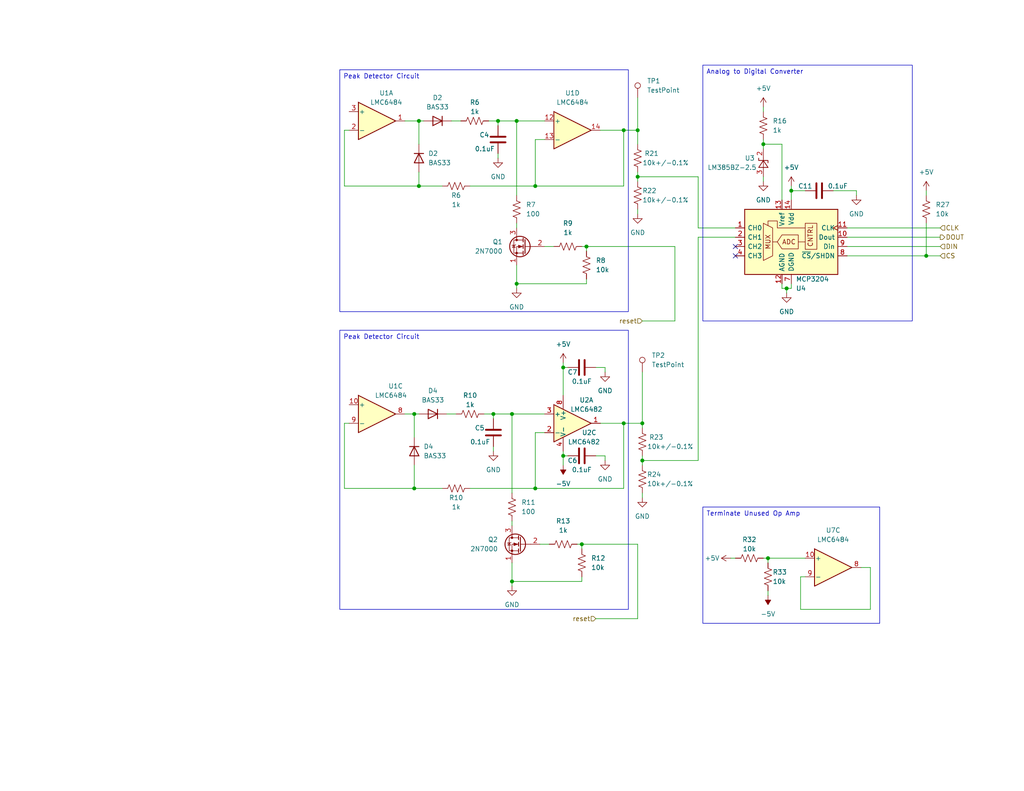
<source format=kicad_sch>
(kicad_sch (version 20230121) (generator eeschema)
  (paper "A")
  (title_block (title "Inductance and Capacitance Meter Analog Front End") (date "2023-10-27") (rev "1") (comment 1 "All resistors are 1% tolerance."))
  (lib_symbols
    (symbol "Amplifier_Operational:LMC6482" (pin_names (offset 0.127))
      (property "Reference" "U" (at 0 5.08 0))
      (property "Value" "LMC6482" (at 0 -5.08 0))
      (symbol "LMC6482_1_1"
        (polyline (pts (xy -5.08 5.08) (xy 5.08 0) (xy -5.08 -5.08) (xy -5.08 5.08)) (stroke (width 0.254)) (fill (type background)))
        (pin output line (at 7.62 0 180) (length 2.54) (name "~") (number "1"))
        (pin input line (at -7.62 -2.54 0) (length 2.54) (name "-") (number "2"))
        (pin input line (at -7.62 2.54 0) (length 2.54) (name "+") (number "3"))
      )
      (symbol "LMC6482_2_1"
        (polyline (pts (xy -5.08 5.08) (xy 5.08 0) (xy -5.08 -5.08) (xy -5.08 5.08)) (stroke (width 0.254)) (fill (type background)))
        (pin input line (at -7.62 2.54 0) (length 2.54) (name "+") (number "5"))
        (pin input line (at -7.62 -2.54 0) (length 2.54) (name "-") (number "6"))
        (pin output line (at 7.62 0 180) (length 2.54) (name "~") (number "7"))
      )
      (symbol "LMC6482_3_1"
        (pin power_in line (at -2.54 -7.62 90) (length 3.81) (name "V-") (number "4"))
        (pin power_in line (at -2.54 7.62 270) (length 3.81) (name "V+") (number "8"))
      )
    )
    (symbol "Amplifier_Operational:LMC6484" (pin_names (offset 0.127))
      (property "Reference" "U" (at 0 5.08 0))
      (property "Value" "LMC6484" (at 0 -5.08 0))
      (symbol "LMC6484_1_1"
        (polyline (pts (xy -5.08 5.08) (xy 5.08 0) (xy -5.08 -5.08) (xy -5.08 5.08)) (stroke (width 0.254)) (fill (type background)))
        (pin output line (at 7.62 0 180) (length 2.54) (name "~") (number "1"))
        (pin input line (at -7.62 -2.54 0) (length 2.54) (name "-") (number "2"))
        (pin input line (at -7.62 2.54 0) (length 2.54) (name "+") (number "3"))
      )
      (symbol "LMC6484_2_1"
        (polyline (pts (xy -5.08 5.08) (xy 5.08 0) (xy -5.08 -5.08) (xy -5.08 5.08)) (stroke (width 0.254)) (fill (type background)))
        (pin input line (at -7.62 2.54 0) (length 2.54) (name "+") (number "5"))
        (pin input line (at -7.62 -2.54 0) (length 2.54) (name "-") (number "6"))
        (pin output line (at 7.62 0 180) (length 2.54) (name "~") (number "7"))
      )
      (symbol "LMC6484_3_1"
        (polyline (pts (xy -5.08 5.08) (xy 5.08 0) (xy -5.08 -5.08) (xy -5.08 5.08)) (stroke (width 0.254)) (fill (type background)))
        (pin input line (at -7.62 2.54 0) (length 2.54) (name "+") (number "10"))
        (pin output line (at 7.62 0 180) (length 2.54) (name "~") (number "8"))
        (pin input line (at -7.62 -2.54 0) (length 2.54) (name "-") (number "9"))
      )
      (symbol "LMC6484_4_1"
        (polyline (pts (xy -5.08 5.08) (xy 5.08 0) (xy -5.08 -5.08) (xy -5.08 5.08)) (stroke (width 0.254)) (fill (type background)))
        (pin input line (at -7.62 2.54 0) (length 2.54) (name "+") (number "12"))
        (pin input line (at -7.62 -2.54 0) (length 2.54) (name "-") (number "13"))
        (pin output line (at 7.62 0 180) (length 2.54) (name "~") (number "14"))
      )
      (symbol "LMC6484_5_1"
        (pin power_in line (at -2.54 -7.62 90) (length 3.81) (name "V-") (number "11"))
        (pin power_in line (at -2.54 7.62 270) (length 3.81) (name "V+") (number "4"))
      )
    )
    (symbol "Analog_ADC:MCP3204" (pin_names (offset 0.762))
      (property "Reference" "U" (at -5.08 10.795 0))
      (property "Value" "MCP3204" (at -5.08 8.89 0))
      (symbol "MCP3204_0_0"
        (text "ADC" (at -0.635 -1.27 0) (effects (font (size 1.27 1.27))))
        (text "CNTRL" (at 5.969 -2.667 900) (effects (font (size 1.27 1.27)) (justify left bottom)))
        (text "MUX" (at -6.35 -1.27 900) (effects (font (size 1.27 1.27))))
      )
      (symbol "MCP3204_0_1"
        (polyline (pts (xy -5.08 -1.27) (xy -3.81 -1.27)))
        (polyline (pts (xy 1.905 -1.27) (xy 3.81 -1.27)))
        (polyline (pts (xy -7.62 3.81) (xy -7.62 -6.35) (xy -5.08 -5.08) (xy -5.08 2.54) (xy -7.62 3.81)))
        (polyline (pts (xy 3.81 2.54) (xy -3.81 2.54) (xy -3.81 4.445) (xy -6.35 4.445) (xy -6.35 3.175)))
        (polyline (pts (xy -3.81 -1.27) (xy -2.54 0.635) (xy 1.905 0.635) (xy 1.905 -3.175) (xy -2.54 -3.175) (xy -3.81 -1.27)))
        (rectangle (start 3.81 -3.302) (end 6.985 3.81))
        (rectangle (start 12.7 7.62) (end -12.7 -10.16) (stroke (width 0.254)) (fill (type background)))
      )
      (symbol "MCP3204_1_1"
        (pin input line (at -15.24 2.54 0) (length 2.54) (name "CH0") (number "1"))
        (pin output line (at 15.24 0 180) (length 2.54) (name "Dout") (number "10"))
        (pin input clock (at 15.24 2.54 180) (length 2.54) (name "CLK") (number "11"))
        (pin power_in line (at -2.54 -12.7 90) (length 2.54) (name "AGND") (number "12"))
        (pin power_in line (at -2.54 10.16 270) (length 2.54) (name "Vref") (number "13"))
        (pin power_in line (at 0 10.16 270) (length 2.54) (name "Vdd") (number "14"))
        (pin input line (at -15.24 0 0) (length 2.54) (name "CH1") (number "2"))
        (pin input line (at -15.24 -2.54 0) (length 2.54) (name "CH2") (number "3"))
        (pin input line (at -15.24 -5.08 0) (length 2.54) (name "CH3") (number "4"))
        (pin no_connect line (at -10.16 -10.16 90) (length 2.54) hide (name "NC") (number "5"))
        (pin no_connect line (at -7.62 -10.16 90) (length 2.54) hide (name "NC") (number "6"))
        (pin power_in line (at 0 -12.7 90) (length 2.54) (name "DGND") (number "7"))
        (pin input line (at 15.24 -5.08 180) (length 2.54) (name "~{CS}/SHDN") (number "8"))
        (pin input line (at 15.24 -2.54 180) (length 2.54) (name "Din") (number "9"))
      )
    )
    (symbol "Connector:TestPoint" (pin_numbers hide) (pin_names (offset 0.762) hide)
      (property "Reference" "TP" (at 0 6.858 0))
      (property "Value" "TestPoint" (at 0 5.08 0))
      (symbol "TestPoint_0_1"
        (circle (center 0 3.302) (radius 0.762))
      )
      (symbol "TestPoint_1_1"
        (pin passive line (at 0 0 90) (length 2.54) (name "1") (number "1"))
      )
    )
    (symbol "Device:C" (pin_numbers hide) (pin_names (offset 0.254))
      (property "Reference" "C" (at 0.635 2.54 0))
      (property "Value" "C" (at 0.635 -2.54 0))
      (symbol "C_0_1"
        (polyline (pts (xy -2.032 -0.762) (xy 2.032 -0.762)) (stroke (width 0.508)))
        (polyline (pts (xy -2.032 0.762) (xy 2.032 0.762)) (stroke (width 0.508)))
      )
      (symbol "C_1_1"
        (pin passive line (at 0 3.81 270) (length 2.794) (name "~") (number "1"))
        (pin passive line (at 0 -3.81 90) (length 2.794) (name "~") (number "2"))
      )
    )
    (symbol "Device:D" (pin_numbers hide) (pin_names (offset 1.016) hide)
      (property "Reference" "D" (at 0 2.54 0))
      (property "Value" "D" (at 0 -2.54 0))
      (symbol "D_0_1"
        (polyline (pts (xy -1.27 1.27) (xy -1.27 -1.27)) (stroke (width 0.254)))
        (polyline (pts (xy 1.27 0) (xy -1.27 0)))
        (polyline (pts (xy 1.27 1.27) (xy 1.27 -1.27) (xy -1.27 0) (xy 1.27 1.27)) (stroke (width 0.254)))
      )
      (symbol "D_1_1"
        (pin passive line (at -3.81 0 0) (length 2.54) (name "K") (number "1"))
        (pin passive line (at 3.81 0 180) (length 2.54) (name "A") (number "2"))
      )
    )
    (symbol "Device:R_US" (pin_numbers hide) (pin_names (offset 0))
      (property "Reference" "R" (at 2.54 0 90))
      (property "Value" "R_US" (at -2.54 0 90))
      (symbol "R_US_0_1"
        (polyline (pts (xy 0 -2.286) (xy 0 -2.54)))
        (polyline (pts (xy 0 2.286) (xy 0 2.54)))
        (polyline (pts (xy 0 -0.762) (xy 1.016 -1.143) (xy 0 -1.524) (xy -1.016 -1.905) (xy 0 -2.286)))
        (polyline (pts (xy 0 0.762) (xy 1.016 0.381) (xy 0 0) (xy -1.016 -0.381) (xy 0 -0.762)))
        (polyline (pts (xy 0 2.286) (xy 1.016 1.905) (xy 0 1.524) (xy -1.016 1.143) (xy 0 0.762)))
      )
      (symbol "R_US_1_1"
        (pin passive line (at 0 3.81 270) (length 1.27) (name "~") (number "1"))
        (pin passive line (at 0 -3.81 90) (length 1.27) (name "~") (number "2"))
      )
    )
    (symbol "Reference_Voltage:LM385BZ-2.5" (pin_names (offset 0.0254) hide)
      (property "Reference" "U" (at 0 2.54 0))
      (property "Value" "LM385BZ-2.5" (at 0 -3.175 0))
      (symbol "LM385BZ-2.5_0_1"
        (polyline (pts (xy -1.27 0) (xy 0 0) (xy 1.27 0)))
        (polyline (pts (xy -1.27 -1.27) (xy 0.635 0) (xy -1.27 1.27) (xy -1.27 -1.27)) (stroke (width 0.2032)))
        (polyline (pts (xy 0 -1.27) (xy 0.635 -1.27) (xy 0.635 1.27) (xy 1.27 1.27)) (stroke (width 0.2032)))
      )
      (symbol "LM385BZ-2.5_1_1"
        (pin passive line (at 3.81 0 180) (length 2.54) (name "K") (number "2"))
        (pin passive line (at -3.81 0 0) (length 2.54) (name "A") (number "3"))
      )
    )
    (symbol "Transistor_FET:2N7000" (pin_names hide)
      (property "Reference" "Q" (at 5.08 1.905 0))
      (property "Value" "2N7000" (at 5.08 0 0))
      (symbol "2N7000_0_1"
        (polyline (pts (xy 0.254 0) (xy -2.54 0)))
        (polyline (pts (xy 0.254 1.905) (xy 0.254 -1.905)) (stroke (width 0.254)))
        (polyline (pts (xy 0.762 -1.27) (xy 0.762 -2.286)) (stroke (width 0.254)))
        (polyline (pts (xy 0.762 0.508) (xy 0.762 -0.508)) (stroke (width 0.254)))
        (polyline (pts (xy 0.762 2.286) (xy 0.762 1.27)) (stroke (width 0.254)))
        (polyline (pts (xy 2.54 2.54) (xy 2.54 1.778)))
        (polyline (pts (xy 2.54 -2.54) (xy 2.54 0) (xy 0.762 0)))
        (polyline (pts (xy 0.762 -1.778) (xy 3.302 -1.778) (xy 3.302 1.778) (xy 0.762 1.778)))
        (polyline (pts (xy 1.016 0) (xy 2.032 0.381) (xy 2.032 -0.381) (xy 1.016 0)) (fill (type outline)))
        (polyline (pts (xy 2.794 0.508) (xy 2.921 0.381) (xy 3.683 0.381) (xy 3.81 0.254)))
        (polyline (pts (xy 3.302 0.381) (xy 2.921 -0.254) (xy 3.683 -0.254) (xy 3.302 0.381)))
        (circle (center 1.651 0) (radius 2.794) (stroke (width 0.254)))
        (circle (center 2.54 -1.778) (radius 0.254) (fill (type outline)))
        (circle (center 2.54 1.778) (radius 0.254) (fill (type outline)))
      )
      (symbol "2N7000_1_1"
        (pin passive line (at 2.54 -5.08 90) (length 2.54) (name "S") (number "1"))
        (pin input line (at -5.08 0 0) (length 2.54) (name "G") (number "2"))
        (pin passive line (at 2.54 5.08 270) (length 2.54) (name "D") (number "3"))
      )
    )
    (symbol "power:+5V" (power) (pin_names (offset 0))
      (property "Value" "+5V" (at 0 3.556 0))
      (symbol "+5V_0_1"
        (polyline (pts (xy -0.762 1.27) (xy 0 2.54)))
        (polyline (pts (xy 0 0) (xy 0 2.54)))
        (polyline (pts (xy 0 2.54) (xy 0.762 1.27)))
      )
      (symbol "+5V_1_1"
        (pin power_in line (at 0 0 90) (length 0) hide (name "+5V") (number "1"))
      )
    )
    (symbol "power:-5V" (power) (pin_names (offset 0))
      (property "Value" "-5V" (at 0 3.81 0))
      (symbol "-5V_0_0"
        (pin power_in line (at 0 0 90) (length 0) hide (name "-5V") (number "1"))
      )
      (symbol "-5V_0_1"
        (polyline (pts (xy 0 0) (xy 0 1.27) (xy 0.762 1.27) (xy 0 2.54) (xy -0.762 1.27) (xy 0 1.27)) (fill (type outline)))
      )
    )
    (symbol "power:GND" (power) (pin_names (offset 0))
      (property "Value" "GND" (at 0 -3.81 0))
      (symbol "GND_0_1"
        (polyline (pts (xy 0 0) (xy 0 -1.27) (xy 1.27 -1.27) (xy 0 -2.54) (xy -1.27 -1.27) (xy 0 -1.27)))
      )
      (symbol "GND_1_1"
        (pin power_in line (at 0 0 270) (length 0) hide (name "GND") (number "1"))
      )
    )
  )
  (junction (at 113.03 133.35))
  (junction (at 139.7 113.03))
  (junction (at 158.75 148.59))
  (junction (at 209.55 152.4))
  (junction (at 252.73 69.85))
  (junction (at 170.18 35.56))
  (junction (at 153.67 100.33))
  (junction (at 139.7 158.75))
  (junction (at 153.67 124.46))
  (junction (at 146.05 50.8))
  (junction (at 114.3 33.02))
  (junction (at 170.18 115.57))
  (junction (at 134.62 113.03))
  (junction (at 173.99 35.56))
  (junction (at 214.63 78.74))
  (junction (at 175.26 115.57))
  (junction (at 140.97 77.47))
  (junction (at 160.02 67.31))
  (junction (at 114.3 50.8))
  (junction (at 135.89 33.02))
  (junction (at 113.03 113.03))
  (junction (at 215.9 52.07))
  (junction (at 208.28 39.37))
  (junction (at 175.26 125.73))
  (junction (at 140.97 33.02))
  (junction (at 173.99 48.26))
  (junction (at 146.05 133.35))
  (no_connect (at 200.66 69.85))
  (no_connect (at 200.66 67.31))
  (wire (pts (xy 190.5 62.23) (xy 200.66 62.23)))
  (wire (pts (xy 140.97 77.47) (xy 140.97 78.74)))
  (wire (pts (xy 153.67 123.19) (xy 153.67 124.46)))
  (wire (pts (xy 158.75 157.48) (xy 158.75 158.75)))
  (wire (pts (xy 215.9 78.74) (xy 215.9 77.47)))
  (wire (pts (xy 128.27 133.35) (xy 146.05 133.35)))
  (wire (pts (xy 213.36 78.74) (xy 214.63 78.74)))
  (wire (pts (xy 208.28 29.21) (xy 208.28 30.48)))
  (wire (pts (xy 153.67 100.33) (xy 153.67 107.95)))
  (wire (pts (xy 93.98 133.35) (xy 93.98 115.57)))
  (wire (pts (xy 93.98 35.56) (xy 93.98 50.8)))
  (wire (pts (xy 162.56 124.46) (xy 165.1 124.46)))
  (wire (pts (xy 146.05 38.1) (xy 146.05 50.8)))
  (wire (pts (xy 184.15 67.31) (xy 184.15 87.63)))
  (wire (pts (xy 199.39 152.4) (xy 200.66 152.4)))
  (wire (pts (xy 148.59 67.31) (xy 151.13 67.31)))
  (wire (pts (xy 173.99 26.67) (xy 173.99 35.56)))
  (wire (pts (xy 134.62 113.03) (xy 134.62 114.3)))
  (wire (pts (xy 113.03 127) (xy 113.03 133.35)))
  (wire (pts (xy 135.89 33.02) (xy 140.97 33.02)))
  (wire (pts (xy 162.56 168.91) (xy 173.99 168.91)))
  (wire (pts (xy 175.26 125.73) (xy 190.5 125.73)))
  (wire (pts (xy 252.73 52.07) (xy 252.73 53.34)))
  (wire (pts (xy 233.68 53.34) (xy 233.68 52.07)))
  (wire (pts (xy 170.18 115.57) (xy 163.83 115.57)))
  (wire (pts (xy 219.71 157.48) (xy 218.44 157.48)))
  (wire (pts (xy 170.18 50.8) (xy 170.18 35.56)))
  (wire (pts (xy 134.62 113.03) (xy 139.7 113.03)))
  (wire (pts (xy 110.49 33.02) (xy 114.3 33.02)))
  (wire (pts (xy 139.7 153.67) (xy 139.7 158.75)))
  (wire (pts (xy 175.26 134.62) (xy 175.26 135.89)))
  (wire (pts (xy 231.14 69.85) (xy 252.73 69.85)))
  (wire (pts (xy 218.44 157.48) (xy 218.44 166.37)))
  (wire (pts (xy 135.89 33.02) (xy 135.89 34.29)))
  (wire (pts (xy 140.97 60.96) (xy 140.97 62.23)))
  (wire (pts (xy 170.18 133.35) (xy 170.18 115.57)))
  (wire (pts (xy 165.1 125.73) (xy 165.1 124.46)))
  (wire (pts (xy 208.28 39.37) (xy 208.28 40.64)))
  (wire (pts (xy 237.49 166.37) (xy 237.49 154.94)))
  (wire (pts (xy 173.99 48.26) (xy 190.5 48.26)))
  (wire (pts (xy 208.28 38.1) (xy 208.28 39.37)))
  (wire (pts (xy 134.62 121.92) (xy 134.62 123.19)))
  (wire (pts (xy 114.3 39.37) (xy 114.3 33.02)))
  (wire (pts (xy 146.05 118.11) (xy 146.05 133.35)))
  (wire (pts (xy 165.1 101.6) (xy 165.1 100.33)))
  (wire (pts (xy 146.05 133.35) (xy 170.18 133.35)))
  (wire (pts (xy 209.55 152.4) (xy 219.71 152.4)))
  (wire (pts (xy 173.99 148.59) (xy 158.75 148.59)))
  (wire (pts (xy 231.14 62.23) (xy 256.54 62.23)))
  (wire (pts (xy 173.99 48.26) (xy 173.99 49.53)))
  (wire (pts (xy 190.5 48.26) (xy 190.5 62.23)))
  (wire (pts (xy 173.99 35.56) (xy 173.99 39.37)))
  (wire (pts (xy 218.44 166.37) (xy 237.49 166.37)))
  (wire (pts (xy 209.55 161.29) (xy 209.55 162.56)))
  (wire (pts (xy 146.05 50.8) (xy 170.18 50.8)))
  (wire (pts (xy 139.7 113.03) (xy 139.7 134.62)))
  (wire (pts (xy 153.67 124.46) (xy 154.94 124.46)))
  (wire (pts (xy 214.63 78.74) (xy 215.9 78.74)))
  (wire (pts (xy 173.99 168.91) (xy 173.99 148.59)))
  (wire (pts (xy 213.36 77.47) (xy 213.36 78.74)))
  (wire (pts (xy 175.26 125.73) (xy 175.26 127)))
  (wire (pts (xy 139.7 158.75) (xy 139.7 160.02)))
  (wire (pts (xy 114.3 33.02) (xy 115.57 33.02)))
  (wire (pts (xy 209.55 153.67) (xy 209.55 152.4)))
  (wire (pts (xy 175.26 115.57) (xy 175.26 116.84)))
  (wire (pts (xy 214.63 78.74) (xy 214.63 80.01)))
  (wire (pts (xy 160.02 67.31) (xy 160.02 68.58)))
  (wire (pts (xy 231.14 67.31) (xy 256.54 67.31)))
  (wire (pts (xy 213.36 54.61) (xy 213.36 39.37)))
  (wire (pts (xy 231.14 64.77) (xy 256.54 64.77)))
  (wire (pts (xy 170.18 35.56) (xy 173.99 35.56)))
  (wire (pts (xy 93.98 115.57) (xy 95.25 115.57)))
  (wire (pts (xy 128.27 50.8) (xy 146.05 50.8)))
  (wire (pts (xy 237.49 154.94) (xy 234.95 154.94)))
  (wire (pts (xy 147.32 148.59) (xy 149.86 148.59)))
  (wire (pts (xy 252.73 60.96) (xy 252.73 69.85)))
  (wire (pts (xy 135.89 41.91) (xy 135.89 43.18)))
  (wire (pts (xy 113.03 113.03) (xy 113.03 119.38)))
  (wire (pts (xy 160.02 67.31) (xy 184.15 67.31)))
  (wire (pts (xy 140.97 33.02) (xy 148.59 33.02)))
  (wire (pts (xy 93.98 133.35) (xy 113.03 133.35)))
  (wire (pts (xy 110.49 113.03) (xy 113.03 113.03)))
  (wire (pts (xy 190.5 64.77) (xy 190.5 125.73)))
  (wire (pts (xy 113.03 113.03) (xy 114.3 113.03)))
  (wire (pts (xy 158.75 67.31) (xy 160.02 67.31)))
  (wire (pts (xy 95.25 35.56) (xy 93.98 35.56)))
  (wire (pts (xy 208.28 48.26) (xy 208.28 49.53)))
  (wire (pts (xy 190.5 64.77) (xy 200.66 64.77)))
  (wire (pts (xy 162.56 100.33) (xy 165.1 100.33)))
  (wire (pts (xy 114.3 50.8) (xy 120.65 50.8)))
  (wire (pts (xy 252.73 69.85) (xy 256.54 69.85)))
  (wire (pts (xy 114.3 50.8) (xy 114.3 46.99)))
  (wire (pts (xy 153.67 100.33) (xy 154.94 100.33)))
  (wire (pts (xy 93.98 50.8) (xy 114.3 50.8)))
  (wire (pts (xy 121.92 113.03) (xy 124.46 113.03)))
  (wire (pts (xy 139.7 142.24) (xy 139.7 143.51)))
  (wire (pts (xy 213.36 39.37) (xy 208.28 39.37)))
  (wire (pts (xy 133.35 33.02) (xy 135.89 33.02)))
  (wire (pts (xy 123.19 33.02) (xy 125.73 33.02)))
  (wire (pts (xy 160.02 76.2) (xy 160.02 77.47)))
  (wire (pts (xy 113.03 133.35) (xy 120.65 133.35)))
  (wire (pts (xy 173.99 57.15) (xy 173.99 58.42)))
  (wire (pts (xy 175.26 101.6) (xy 175.26 115.57)))
  (wire (pts (xy 139.7 113.03) (xy 148.59 113.03)))
  (wire (pts (xy 170.18 35.56) (xy 163.83 35.56)))
  (wire (pts (xy 160.02 77.47) (xy 140.97 77.47)))
  (wire (pts (xy 140.97 72.39) (xy 140.97 77.47)))
  (wire (pts (xy 173.99 46.99) (xy 173.99 48.26)))
  (wire (pts (xy 208.28 152.4) (xy 209.55 152.4)))
  (wire (pts (xy 227.33 52.07) (xy 233.68 52.07)))
  (wire (pts (xy 140.97 33.02) (xy 140.97 53.34)))
  (wire (pts (xy 215.9 52.07) (xy 219.71 52.07)))
  (wire (pts (xy 153.67 124.46) (xy 153.67 127)))
  (wire (pts (xy 175.26 124.46) (xy 175.26 125.73)))
  (wire (pts (xy 215.9 52.07) (xy 215.9 54.61)))
  (wire (pts (xy 132.08 113.03) (xy 134.62 113.03)))
  (wire (pts (xy 158.75 148.59) (xy 158.75 149.86)))
  (wire (pts (xy 215.9 50.8) (xy 215.9 52.07)))
  (wire (pts (xy 158.75 158.75) (xy 139.7 158.75)))
  (wire (pts (xy 153.67 99.06) (xy 153.67 100.33)))
  (wire (pts (xy 148.59 38.1) (xy 146.05 38.1)))
  (wire (pts (xy 170.18 115.57) (xy 175.26 115.57)))
  (wire (pts (xy 146.05 118.11) (xy 148.59 118.11)))
  (wire (pts (xy 158.75 148.59) (xy 157.48 148.59)))
  (wire (pts (xy 175.26 87.63) (xy 184.15 87.63)))
  (text_box "Analog to Digital Converter" (at 191.77 17.78 0) (size 57.15 69.85) (effects (font (size 1.27 1.27)) (justify left top)))
  (text_box "Peak Detector Circuit" (at 92.71 90.17 0) (size 78.74 76.2) (effects (font (size 1.27 1.27)) (justify left top)))
  (text_box "Terminate Unused Op Amp" (at 191.77 138.43 0) (size 48.26 31.75) (effects (font (size 1.27 1.27)) (justify left top)))
  (text_box "Peak Detector Circuit" (at 92.71 19.05 0) (size 78.74 66.04) (effects (font (size 1.27 1.27)) (justify left top)))
  (hierarchical_label "CLK" (shape input) (at 256.54 62.23 0))
  (hierarchical_label "CS" (shape input) (at 256.54 69.85 0))
  (hierarchical_label "reset" (shape input) (at 175.26 87.63 180))
  (hierarchical_label "DOUT" (shape output) (at 256.54 64.77 0))
  (hierarchical_label "DIN" (shape input) (at 256.54 67.31 0))
  (hierarchical_label "reset" (shape input) (at 162.56 168.91 180))
  (symbol (lib_id "Amplifier_Operational:LMC6484") (at 156.21 35.56 0) (unit 4)
    (property "Reference" "U1" (at 156.21 25.4 0))
    (property "Value" "LMC6484" (at 156.21 27.94 0))
    (property "Datasheet" "http://www.ti.com/lit/ds/symlink/lmc6484.pdf" (effects hide))
    (instances (project "LC_meter" (path "" (reference "U1") (unit 4)) (path "" (reference "U2") (unit 4))))
  )
  (symbol (lib_id "power:+5V") (at 208.28 29.21 0) (unit 1)
    (property "Reference" "#PWR020" (effects hide))
    (property "Value" "+5V" (at 208.28 24.13 0))
    (instances (project "LC_meter" (path "" (reference "#PWR020") (unit 1)) (path "" (reference "#PWR02") (unit 1))))
  )
  (symbol (lib_id "power:GND") (at 165.1 101.6 0) (unit 1)
    (property "Reference" "#PWR013" (effects hide))
    (property "Value" "GND" (at 165.1 106.68 0))
    (instances (project "LC_meter" (path "" (reference "#PWR013") (unit 1)) (path "" (reference "#PWR016") (unit 1))))
  )
  (symbol (lib_id "power:GND") (at 165.1 125.73 0) (unit 1)
    (property "Reference" "#PWR05" (effects hide))
    (property "Value" "GND" (at 165.1 130.81 0))
    (instances (project "LC_meter" (path "" (reference "#PWR05") (unit 1)) (path "" (reference "#PWR017") (unit 1))))
  )
  (symbol (lib_id "Device:R_US") (at 160.02 72.39 0) (unit 1)
    (property "Reference" "R8" (at 162.56 71.12 0) (effects (justify left)))
    (property "Value" "10k" (at 162.56 73.66 0) (effects (justify left)))
    (instances (project "LC_meter" (path "" (reference "R8") (unit 1)) (path "" (reference "R13") (unit 1))))
  )
  (symbol (lib_id "power:GND") (at 173.99 58.42 0) (unit 1)
    (property "Reference" "#PWR017" (effects hide))
    (property "Value" "GND" (at 173.99 63.5 0))
    (instances (project "LC_meter" (path "" (reference "#PWR017") (unit 1)) (path "" (reference "#PWR030") (unit 1))))
  )
  (symbol (lib_id "Device:R_US") (at 173.99 43.18 0) (unit 1)
    (property "Reference" "R21" (at 177.8 41.91 0))
    (property "Value" "10k+/-0.1%" (at 181.61 44.45 0))
  )
  (symbol (lib_id "Device:R_US") (at 124.46 50.8 90) (unit 1)
    (property "Reference" "R6" (at 124.46 53.34 90))
    (property "Value" "1k" (at 124.46 55.88 90))
    (instances (project "LC_meter" (path "" (reference "R6") (unit 1)) (path "" (reference "R17") (unit 1))))
  )
  (symbol (lib_id "Connector:TestPoint") (at 175.26 101.6 0) (unit 1)
    (property "Reference" "TP2" (at 177.8 97.028 0) (effects (justify left)))
    (property "Value" "TestPoint" (at 177.8 99.568 0) (effects (justify left)))
  )
  (symbol (lib_id "Device:D") (at 113.03 123.19 270) (unit 1)
    (property "Reference" "D4" (at 115.57 121.92 90) (effects (justify left)))
    (property "Value" "BAS33" (at 115.57 124.46 90) (effects (justify left)))
    (property "Sim.Device" "D" (effects hide))
    (property "Sim.Pins" "1=K 2=A" (effects hide))
    (instances (project "LC_meter" (path "" (reference "D4") (unit 1)) (path "" (reference "D3") (unit 1))))
  )
  (symbol (lib_id "Device:R_US") (at 252.73 57.15 0) (unit 1)
    (property "Reference" "R27" (at 255.27 55.88 0) (effects (justify left)))
    (property "Value" "10k" (at 255.27 58.42 0) (effects (justify left)))
  )
  (symbol (lib_id "Connector:TestPoint") (at 173.99 26.67 0) (unit 1)
    (property "Reference" "TP1" (at 176.53 22.098 0) (effects (justify left)))
    (property "Value" "TestPoint" (at 176.53 24.638 0) (effects (justify left)))
  )
  (symbol (lib_id "Amplifier_Operational:LMC6482") (at 156.21 115.57 0) (unit 1)
    (property "Reference" "U2" (at 160.02 109.22 0))
    (property "Value" "LMC6482" (at 160.02 111.76 0))
    (property "Datasheet" "http://www.ti.com/lit/ds/symlink/lmc6482.pdf" (effects hide))
    (instances (project "LC_meter" (path "" (reference "U2") (unit 1)) (path "" (reference "U1") (unit 1))))
  )
  (symbol (lib_id "Device:R_US") (at 209.55 157.48 180) (unit 1)
    (property "Reference" "R33" (at 210.82 156.21 0) (effects (justify right)))
    (property "Value" "10k" (at 210.82 158.75 0) (effects (justify right)))
  )
  (symbol (lib_id "power:-5V") (at 209.55 162.56 180) (unit 1)
    (property "Reference" "#PWR01" (effects hide))
    (property "Value" "-5V" (at 209.55 167.64 0))
    (instances (project "LC_meter" (path "" (reference "#PWR01") (unit 1)) (path "" (reference "#PWR042") (unit 1))))
  )
  (symbol (lib_id "Device:R_US") (at 154.94 67.31 90) (unit 1)
    (property "Reference" "R9" (at 154.94 60.96 90))
    (property "Value" "1k" (at 154.94 63.5 90))
    (instances (project "LC_meter" (path "" (reference "R9") (unit 1)) (path "" (reference "R15") (unit 1))))
  )
  (symbol (lib_id "Device:R_US") (at 128.27 113.03 90) (unit 1)
    (property "Reference" "R10" (at 128.27 107.95 90))
    (property "Value" "1k" (at 128.27 110.49 90))
    (instances (project "LC_meter" (path "" (reference "R10") (unit 1)) (path "" (reference "R8") (unit 1))))
  )
  (symbol (lib_id "Device:C") (at 135.89 38.1 0) (unit 1)
    (property "Reference" "C4" (at 130.81 36.83 0) (effects (justify left)))
    (property "Value" "0.1uF" (at 129.54 40.64 0) (effects (justify left)))
    (instances (project "LC_meter" (path "" (reference "C4") (unit 1)) (path "" (reference "C7") (unit 1))))
  )
  (symbol (lib_id "Device:D") (at 118.11 113.03 180) (unit 1)
    (property "Reference" "D4" (at 118.11 106.68 0))
    (property "Value" "BAS33" (at 118.11 109.22 0))
    (property "Sim.Device" "D" (effects hide))
    (property "Sim.Pins" "1=K 2=A" (effects hide))
    (instances (project "LC_meter" (path "" (reference "D4") (unit 1)) (path "" (reference "D2") (unit 1))))
  )
  (symbol (lib_id "power:GND") (at 214.63 80.01 0) (unit 1)
    (property "Reference" "#PWR022" (effects hide))
    (property "Value" "GND" (at 214.63 85.09 0))
    (instances (project "LC_meter" (path "" (reference "#PWR022") (unit 1)) (path "" (reference "#PWR021") (unit 1))))
  )
  (symbol (lib_id "power:+5V") (at 153.67 99.06 0) (unit 1)
    (property "Reference" "#PWR010" (effects hide))
    (property "Value" "+5V" (at 153.67 93.98 0))
    (instances (project "LC_meter" (path "" (reference "#PWR010") (unit 1)) (path "" (reference "#PWR014") (unit 1))))
  )
  (symbol (lib_id "power:GND") (at 233.68 53.34 0) (unit 1)
    (property "Reference" "#PWR026" (effects hide))
    (property "Value" "GND" (at 233.68 58.42 0))
    (instances (project "LC_meter" (path "" (reference "#PWR026") (unit 1)) (path "" (reference "#PWR024") (unit 1))))
  )
  (symbol (lib_id "power:GND") (at 134.62 123.19 0) (unit 1)
    (property "Reference" "#PWR011" (effects hide))
    (property "Value" "GND" (at 134.62 128.27 0))
    (instances (project "LC_meter" (path "" (reference "#PWR011") (unit 1)) (path "" (reference "#PWR010") (unit 1))))
  )
  (symbol (lib_id "power:GND") (at 139.7 160.02 0) (unit 1)
    (property "Reference" "#PWR012" (effects hide))
    (property "Value" "GND" (at 139.7 165.1 0))
  )
  (symbol (lib_id "power:+5V") (at 199.39 152.4 90) (unit 1)
    (property "Reference" "#PWR02" (effects hide))
    (property "Value" "+5V" (at 194.31 152.4 90))
    (instances (project "LC_meter" (path "" (reference "#PWR02") (unit 1)) (path "" (reference "#PWR044") (unit 1))))
  )
  (symbol (lib_id "Device:R_US") (at 124.46 133.35 90) (unit 1)
    (property "Reference" "R10" (at 124.46 135.89 90))
    (property "Value" "1k" (at 124.46 138.43 90))
    (instances (project "LC_meter" (path "" (reference "R10") (unit 1)) (path "" (reference "R18") (unit 1))))
  )
  (symbol (lib_id "power:GND") (at 135.89 43.18 0) (unit 1)
    (property "Reference" "#PWR07" (effects hide))
    (property "Value" "GND" (at 135.89 48.26 0))
    (instances (project "LC_meter" (path "" (reference "#PWR07") (unit 1)) (path "" (reference "#PWR011") (unit 1))))
  )
  (symbol (lib_id "Transistor_FET:2N7000") (at 143.51 67.31 0) (mirror y) (unit 1)
    (property "Reference" "Q1" (at 137.16 66.04 0) (effects (justify left)))
    (property "Value" "2N7000" (at 137.16 68.58 0) (effects (justify left)))
    (property "Footprint" "Package_TO_SOT_THT:TO-92_Inline" (effects hide))
    (property "Datasheet" "https://www.vishay.com/docs/70226/70226.pdf" (effects hide))
  )
  (symbol (lib_id "Device:C") (at 158.75 100.33 90) (unit 1)
    (property "Reference" "C7" (at 156.21 101.6 90))
    (property "Value" "0.1uF" (at 158.75 104.14 90))
    (instances (project "LC_meter" (path "" (reference "C7") (unit 1)) (path "" (reference "C8") (unit 1))))
  )
  (symbol (lib_id "Device:R_US") (at 175.26 130.81 180) (unit 1)
    (property "Reference" "R24" (at 176.53 129.54 0) (effects (justify right)))
    (property "Value" "10k+/-0.1%" (at 176.53 132.08 0) (effects (justify right)))
  )
  (symbol (lib_id "Device:D") (at 114.3 43.18 270) (unit 1)
    (property "Reference" "D2" (at 116.84 41.91 90) (effects (justify left)))
    (property "Value" "BAS33" (at 116.84 44.45 90) (effects (justify left)))
    (property "Sim.Device" "D" (effects hide))
    (property "Sim.Pins" "1=K 2=A" (effects hide))
    (instances (project "LC_meter" (path "" (reference "D2") (unit 1)) (path "" (reference "D4") (unit 1))))
  )
  (symbol (lib_id "Device:C") (at 158.75 124.46 90) (unit 1)
    (property "Reference" "C6" (at 156.21 125.73 90))
    (property "Value" "0.1uF" (at 158.75 128.27 90))
    (instances (project "LC_meter" (path "" (reference "C6") (unit 1)) (path "" (reference "C9") (unit 1))))
  )
  (symbol (lib_id "Device:R_US") (at 175.26 120.65 0) (unit 1)
    (property "Reference" "R23" (at 179.07 119.38 0))
    (property "Value" "10k+/-0.1%" (at 182.88 121.92 0))
  )
  (symbol (lib_id "power:+5V") (at 252.73 52.07 0) (unit 1)
    (property "Reference" "#PWR033" (effects hide))
    (property "Value" "+5V" (at 252.73 46.99 0))
    (instances (project "LC_meter" (path "" (reference "#PWR033") (unit 1)) (path "" (reference "#PWR026") (unit 1))))
  )
  (symbol (lib_id "Device:C") (at 134.62 118.11 0) (unit 1)
    (property "Reference" "C5" (at 129.54 116.84 0) (effects (justify left)))
    (property "Value" "0.1uF" (at 128.27 120.65 0) (effects (justify left)))
    (instances (project "LC_meter" (path "" (reference "C5") (unit 1)) (path "" (reference "C6") (unit 1))))
  )
  (symbol (lib_id "Device:R_US") (at 140.97 57.15 0) (unit 1)
    (property "Reference" "R7" (at 143.51 55.88 0) (effects (justify left)))
    (property "Value" "100" (at 143.51 58.42 0) (effects (justify left)))
    (instances (project "LC_meter" (path "" (reference "R7") (unit 1)) (path "" (reference "R11") (unit 1))))
  )
  (symbol (lib_id "Reference_Voltage:LM385BZ-2.5") (at 208.28 44.45 90) (unit 1)
    (property "Reference" "U3" (at 203.2 43.18 90) (effects (justify right)))
    (property "Value" "LM385BZ-2.5" (at 193.04 45.72 90) (effects (justify right)))
    (property "Footprint" "Package_TO_SOT_THT:TO-92_Inline" (effects hide))
    (property "Datasheet" "http://www.onsemi.com/pub_link/Collateral/LM285-D.PDF" (effects hide))
  )
  (symbol (lib_id "Amplifier_Operational:LMC6484") (at 227.33 154.94 0) (unit 3)
    (property "Reference" "U7" (at 227.33 144.78 0))
    (property "Value" "LMC6484" (at 227.33 147.32 0))
    (property "Datasheet" "http://www.ti.com/lit/ds/symlink/lmc6484.pdf" (effects hide))
  )
  (symbol (lib_id "Device:R_US") (at 204.47 152.4 90) (unit 1)
    (property "Reference" "R32" (at 204.47 147.32 90))
    (property "Value" "10k" (at 204.47 149.86 90))
  )
  (symbol (lib_id "Device:R_US") (at 208.28 34.29 0) (unit 1)
    (property "Reference" "R16" (at 210.82 33.02 0) (effects (justify left)))
    (property "Value" "1k" (at 210.82 35.56 0) (effects (justify left)))
  )
  (symbol (lib_id "Device:C") (at 223.52 52.07 90) (unit 1)
    (property "Reference" "C11" (at 219.71 50.8 90))
    (property "Value" "0.1uF" (at 228.6 50.8 90))
  )
  (symbol (lib_id "power:+5V") (at 215.9 50.8 0) (unit 1)
    (property "Reference" "#PWR024" (effects hide))
    (property "Value" "+5V" (at 215.9 45.72 0))
    (instances (project "LC_meter" (path "" (reference "#PWR024") (unit 1)) (path "" (reference "#PWR022") (unit 1))))
  )
  (symbol (lib_id "power:GND") (at 175.26 135.89 0) (unit 1)
    (property "Reference" "#PWR017" (effects hide))
    (property "Value" "GND" (at 175.26 140.97 0))
    (instances (project "LC_meter" (path "" (reference "#PWR017") (unit 1)) (path "" (reference "#PWR031") (unit 1))))
  )
  (symbol (lib_id "Amplifier_Operational:LMC6482") (at 156.21 115.57 0) (unit 3)
    (property "Reference" "U2" (at 158.75 118.11 0) (effects (justify left)))
    (property "Value" "LMC6482" (at 154.94 120.65 0) (effects (justify left)))
    (property "Datasheet" "http://www.ti.com/lit/ds/symlink/lmc6482.pdf" (effects hide))
    (instances (project "LC_meter" (path "" (reference "U2") (unit 3)) (path "" (reference "U1") (unit 3))))
  )
  (symbol (lib_id "Device:D") (at 119.38 33.02 180) (unit 1)
    (property "Reference" "D2" (at 119.38 26.67 0))
    (property "Value" "BAS33" (at 119.38 29.21 0))
    (property "Sim.Device" "D" (effects hide))
    (property "Sim.Pins" "1=K 2=A" (effects hide))
    (instances (project "LC_meter" (path "" (reference "D2") (unit 1)) (path "" (reference "D1") (unit 1))))
  )
  (symbol (lib_id "Device:R_US") (at 139.7 138.43 0) (unit 1)
    (property "Reference" "R11" (at 142.24 137.16 0) (effects (justify left)))
    (property "Value" "100" (at 142.24 139.7 0) (effects (justify left)))
    (instances (project "LC_meter" (path "" (reference "R11") (unit 1)) (path "" (reference "R10") (unit 1))))
  )
  (symbol (lib_id "Device:R_US") (at 129.54 33.02 90) (unit 1)
    (property "Reference" "R6" (at 129.54 27.94 90))
    (property "Value" "1k" (at 129.54 30.48 90))
    (instances (project "LC_meter" (path "" (reference "R6") (unit 1)) (path "" (reference "R9") (unit 1))))
  )
  (symbol (lib_id "Amplifier_Operational:LMC6484") (at 102.87 113.03 0) (unit 3)
    (property "Reference" "U1" (at 107.95 105.41 0))
    (property "Value" "LMC6484" (at 106.68 107.95 0))
    (property "Datasheet" "http://www.ti.com/lit/ds/symlink/lmc6484.pdf" (effects hide))
    (instances (project "LC_meter" (path "" (reference "U1") (unit 3)) (path "" (reference "U2") (unit 3))))
  )
  (symbol (lib_id "Device:R_US") (at 158.75 153.67 0) (unit 1)
    (property "Reference" "R12" (at 161.29 152.4 0) (effects (justify left)))
    (property "Value" "10k" (at 161.29 154.94 0) (effects (justify left)))
  )
  (symbol (lib_id "Transistor_FET:2N7000") (at 142.24 148.59 0) (mirror y) (unit 1)
    (property "Reference" "Q2" (at 135.89 147.32 0) (effects (justify left)))
    (property "Value" "2N7000" (at 135.89 149.86 0) (effects (justify left)))
    (property "Footprint" "Package_TO_SOT_THT:TO-92_Inline" (effects hide))
    (property "Datasheet" "https://www.vishay.com/docs/70226/70226.pdf" (effects hide))
  )
  (symbol (lib_id "power:GND") (at 208.28 49.53 0) (unit 1)
    (property "Reference" "#PWR021" (effects hide))
    (property "Value" "GND" (at 208.28 54.61 0))
    (instances (project "LC_meter" (path "" (reference "#PWR021") (unit 1)) (path "" (reference "#PWR020") (unit 1))))
  )
  (symbol (lib_id "Device:R_US") (at 173.99 53.34 180) (unit 1)
    (property "Reference" "R22" (at 175.26 52.07 0) (effects (justify right)))
    (property "Value" "10k+/-0.1%" (at 175.26 54.61 0) (effects (justify right)))
  )
  (symbol (lib_id "Amplifier_Operational:LMC6484") (at 102.87 33.02 0) (unit 1)
    (property "Reference" "U1" (at 105.41 25.4 0))
    (property "Value" "LMC6484" (at 105.41 27.94 0))
    (property "Datasheet" "http://www.ti.com/lit/ds/symlink/lmc6484.pdf" (effects hide))
    (instances (project "LC_meter" (path "" (reference "U1") (unit 1)) (path "" (reference "U2") (unit 1))))
  )
  (symbol (lib_id "power:-5V") (at 153.67 127 180) (unit 1)
    (property "Reference" "#PWR08" (effects hide))
    (property "Value" "-5V" (at 153.67 132.08 0))
    (instances (project "LC_meter" (path "" (reference "#PWR08") (unit 1)) (path "" (reference "#PWR015") (unit 1))))
  )
  (symbol (lib_id "power:GND") (at 140.97 78.74 0) (unit 1)
    (property "Reference" "#PWR09" (effects hide))
    (property "Value" "GND" (at 140.97 83.82 0))
    (instances (project "LC_meter" (path "" (reference "#PWR09") (unit 1)) (path "" (reference "#PWR013") (unit 1))))
  )
  (symbol (lib_id "Analog_ADC:MCP3204") (at 215.9 64.77 0) (unit 1)
    (property "Reference" "U4" (at 217.17 78.74 0) (effects (justify left)))
    (property "Value" "MCP3204" (at 217.17 76.2 0) (effects (justify left)))
    (property "Datasheet" "http://ww1.microchip.com/downloads/en/DeviceDoc/21298c.pdf" (effects hide))
  )
  (symbol (lib_id "Device:R_US") (at 153.67 148.59 90) (unit 1)
    (property "Reference" "R13" (at 153.67 142.24 90))
    (property "Value" "1k" (at 153.67 144.78 90))
    (instances (project "LC_meter" (path "" (reference "R13") (unit 1)) (path "" (reference "R14") (unit 1))))
  )
)
</source>
